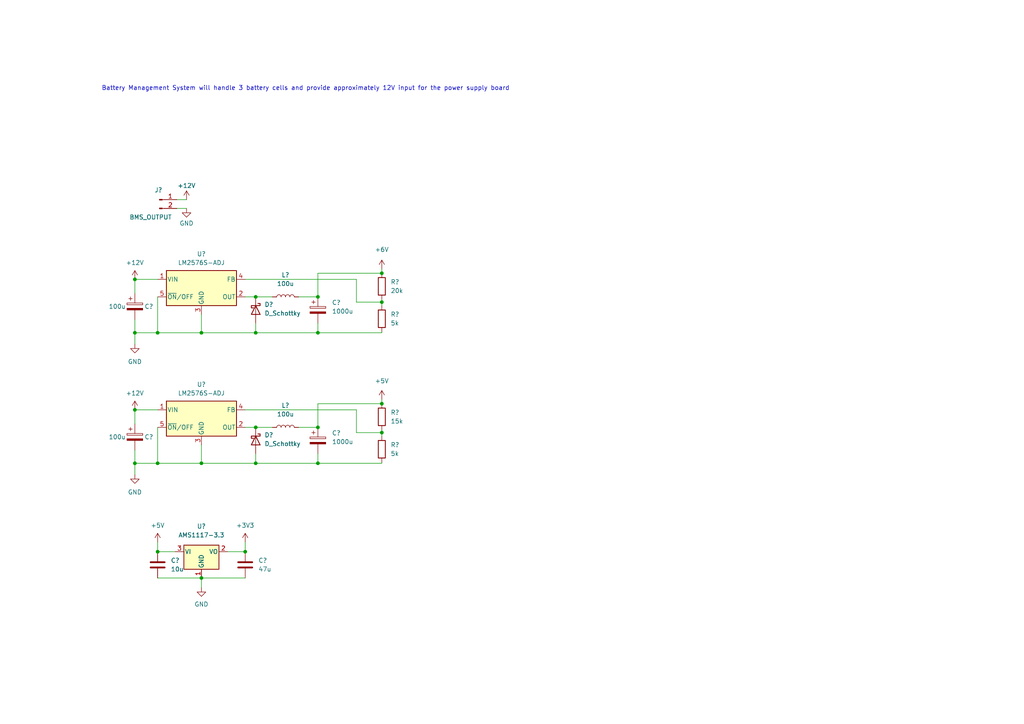
<source format=kicad_sch>
(kicad_sch (version 20211123) (generator eeschema)
  (paper "A4")
  (lib_symbols
    (symbol "Connector:Conn_01x02_Male" (pin_names (offset 1.016) hide)
      (property "Reference" "J" (at 0 2.54 0))
      (property "Value" "Conn_01x02_Male" (at 0 -5.08 0))
      (symbol "Conn_01x02_Male_1_1"
        (polyline (pts (xy 1.27 -2.54) (xy 0.8636 -2.54)) (stroke (width 0.1524)))
        (polyline (pts (xy 1.27 0) (xy 0.8636 0)) (stroke (width 0.1524)))
        (rectangle (start 0.8636 -2.413) (end 0 -2.667) (stroke (width 0.1524)) (fill (type outline)))
        (rectangle (start 0.8636 0.127) (end 0 -0.127) (stroke (width 0.1524)) (fill (type outline)))
        (pin passive line (at 5.08 0 180) (length 3.81) (name "Pin_1") (number "1"))
        (pin passive line (at 5.08 -2.54 180) (length 3.81) (name "Pin_2") (number "2"))
      )
    )
    (symbol "Device:C" (pin_numbers hide) (pin_names (offset 0.254))
      (property "Reference" "C" (at 0.635 2.54 0))
      (property "Value" "C" (at 0.635 -2.54 0))
      (symbol "C_0_1"
        (polyline (pts (xy -2.032 -0.762) (xy 2.032 -0.762)) (stroke (width 0.508)))
        (polyline (pts (xy -2.032 0.762) (xy 2.032 0.762)) (stroke (width 0.508)))
      )
      (symbol "C_1_1"
        (pin passive line (at 0 3.81 270) (length 2.794) (name "~") (number "1"))
        (pin passive line (at 0 -3.81 90) (length 2.794) (name "~") (number "2"))
      )
    )
    (symbol "Device:C_Polarized" (pin_numbers hide) (pin_names (offset 0.254))
      (property "Reference" "C" (at 0.635 2.54 0))
      (property "Value" "C_Polarized" (at 0.635 -2.54 0))
      (symbol "C_Polarized_0_1"
        (rectangle (start -2.286 0.508) (end 2.286 1.016))
        (polyline (pts (xy -1.778 2.286) (xy -0.762 2.286)))
        (polyline (pts (xy -1.27 2.794) (xy -1.27 1.778)))
        (rectangle (start 2.286 -0.508) (end -2.286 -1.016) (fill (type outline)))
      )
      (symbol "C_Polarized_1_1"
        (pin passive line (at 0 3.81 270) (length 2.794) (name "~") (number "1"))
        (pin passive line (at 0 -3.81 90) (length 2.794) (name "~") (number "2"))
      )
    )
    (symbol "Device:D_Schottky" (pin_numbers hide) (pin_names (offset 1.016) hide)
      (property "Reference" "D" (at 0 2.54 0))
      (property "Value" "D_Schottky" (at 0 -2.54 0))
      (symbol "D_Schottky_0_1"
        (polyline (pts (xy 1.27 0) (xy -1.27 0)))
        (polyline (pts (xy 1.27 1.27) (xy 1.27 -1.27) (xy -1.27 0) (xy 1.27 1.27)) (stroke (width 0.254)))
        (polyline (pts (xy -1.905 0.635) (xy -1.905 1.27) (xy -1.27 1.27) (xy -1.27 -1.27) (xy -0.635 -1.27) (xy -0.635 -0.635)) (stroke (width 0.254)))
      )
      (symbol "D_Schottky_1_1"
        (pin passive line (at -3.81 0 0) (length 2.54) (name "K") (number "1"))
        (pin passive line (at 3.81 0 180) (length 2.54) (name "A") (number "2"))
      )
    )
    (symbol "Device:L" (pin_numbers hide) (pin_names (offset 1.016) hide)
      (property "Reference" "L" (at -1.27 0 90))
      (property "Value" "L" (at 1.905 0 90))
      (symbol "L_0_1"
        (arc (start 0 -2.54) (mid 0.635 -1.905) (end 0 -1.27))
        (arc (start 0 -1.27) (mid 0.635 -0.635) (end 0 0))
        (arc (start 0 0) (mid 0.635 0.635) (end 0 1.27))
        (arc (start 0 1.27) (mid 0.635 1.905) (end 0 2.54))
      )
      (symbol "L_1_1"
        (pin passive line (at 0 3.81 270) (length 1.27) (name "1") (number "1"))
        (pin passive line (at 0 -3.81 90) (length 1.27) (name "2") (number "2"))
      )
    )
    (symbol "Device:R" (pin_numbers hide) (pin_names (offset 0))
      (property "Reference" "R" (at 2.032 0 90))
      (property "Value" "R" (at 0 0 90))
      (symbol "R_0_1"
        (rectangle (start -1.016 -2.54) (end 1.016 2.54) (stroke (width 0.254)))
      )
      (symbol "R_1_1"
        (pin passive line (at 0 3.81 270) (length 1.27) (name "~") (number "1"))
        (pin passive line (at 0 -3.81 90) (length 1.27) (name "~") (number "2"))
      )
    )
    (symbol "Regulator_Linear:AMS1117-3.3" (pin_names (offset 0.254))
      (property "Reference" "U" (at -3.81 3.175 0))
      (property "Value" "AMS1117-3.3" (at 0 3.175 0))
      (symbol "AMS1117-3.3_0_1"
        (rectangle (start -5.08 -5.08) (end 5.08 1.905) (stroke (width 0.254)) (fill (type background)))
      )
      (symbol "AMS1117-3.3_1_1"
        (pin power_in line (at 0 -7.62 90) (length 2.54) (name "GND") (number "1"))
        (pin power_out line (at 7.62 0 180) (length 2.54) (name "VO") (number "2"))
        (pin power_in line (at -7.62 0 0) (length 2.54) (name "VI") (number "3"))
      )
    )
    (symbol "Regulator_Switching:LM2576S-ADJ" (pin_names (offset 0.254))
      (property "Reference" "U" (at -10.16 6.35 0))
      (property "Value" "LM2576S-ADJ" (at 0 6.35 0))
      (symbol "LM2576S-ADJ_0_1"
        (rectangle (start -10.16 5.08) (end 10.16 -5.08) (stroke (width 0.254)) (fill (type background)))
      )
      (symbol "LM2576S-ADJ_1_1"
        (pin power_in line (at -12.7 2.54 0) (length 2.54) (name "VIN") (number "1"))
        (pin output line (at 12.7 -2.54 180) (length 2.54) (name "OUT") (number "2"))
        (pin power_in line (at 0 -7.62 90) (length 2.54) (name "GND") (number "3"))
        (pin input line (at 12.7 2.54 180) (length 2.54) (name "FB") (number "4"))
        (pin input line (at -12.7 -2.54 0) (length 2.54) (name "~{ON}/OFF") (number "5"))
      )
    )
    (symbol "power:+12V" (power) (pin_names (offset 0))
      (property "Value" "+12V" (at 0 3.556 0))
      (symbol "+12V_0_1"
        (polyline (pts (xy -0.762 1.27) (xy 0 2.54)))
        (polyline (pts (xy 0 0) (xy 0 2.54)))
        (polyline (pts (xy 0 2.54) (xy 0.762 1.27)))
      )
      (symbol "+12V_1_1"
        (pin power_in line (at 0 0 90) (length 0) hide (name "+12V") (number "1"))
      )
    )
    (symbol "power:+3V3" (power) (pin_names (offset 0))
      (property "Value" "+3V3" (at 0 3.556 0))
      (symbol "+3V3_0_1"
        (polyline (pts (xy -0.762 1.27) (xy 0 2.54)))
        (polyline (pts (xy 0 0) (xy 0 2.54)))
        (polyline (pts (xy 0 2.54) (xy 0.762 1.27)))
      )
      (symbol "+3V3_1_1"
        (pin power_in line (at 0 0 90) (length 0) hide (name "+3V3") (number "1"))
      )
    )
    (symbol "power:+5V" (power) (pin_names (offset 0))
      (property "Value" "+5V" (at 0 3.556 0))
      (symbol "+5V_0_1"
        (polyline (pts (xy -0.762 1.27) (xy 0 2.54)))
        (polyline (pts (xy 0 0) (xy 0 2.54)))
        (polyline (pts (xy 0 2.54) (xy 0.762 1.27)))
      )
      (symbol "+5V_1_1"
        (pin power_in line (at 0 0 90) (length 0) hide (name "+5V") (number "1"))
      )
    )
    (symbol "power:+6V" (power) (pin_names (offset 0))
      (property "Value" "+6V" (at 0 3.556 0))
      (symbol "+6V_0_1"
        (polyline (pts (xy -0.762 1.27) (xy 0 2.54)))
        (polyline (pts (xy 0 0) (xy 0 2.54)))
        (polyline (pts (xy 0 2.54) (xy 0.762 1.27)))
      )
      (symbol "+6V_1_1"
        (pin power_in line (at 0 0 90) (length 0) hide (name "+6V") (number "1"))
      )
    )
    (symbol "power:GND" (power) (pin_names (offset 0))
      (property "Value" "GND" (at 0 -3.81 0))
      (symbol "GND_0_1"
        (polyline (pts (xy 0 0) (xy 0 -1.27) (xy 1.27 -1.27) (xy 0 -2.54) (xy -1.27 -1.27) (xy 0 -1.27)))
      )
      (symbol "GND_1_1"
        (pin power_in line (at 0 0 270) (length 0) hide (name "GND") (number "1"))
      )
    )
  )
  (junction (at 45.72 96.52))
  (junction (at 39.116 81.026))
  (junction (at 92.202 134.366))
  (junction (at 45.72 160.02))
  (junction (at 45.72 134.366))
  (junction (at 110.744 117.094))
  (junction (at 39.116 134.366))
  (junction (at 39.116 96.52))
  (junction (at 74.168 86.106))
  (junction (at 92.202 123.952))
  (junction (at 110.744 125.476))
  (junction (at 92.202 96.52))
  (junction (at 58.42 96.52))
  (junction (at 74.168 123.952))
  (junction (at 39.116 118.872))
  (junction (at 110.744 79.248))
  (junction (at 74.168 96.52))
  (junction (at 92.202 86.106))
  (junction (at 74.168 134.366))
  (junction (at 58.42 134.366))
  (junction (at 58.42 167.64))
  (junction (at 110.744 87.63))
  (junction (at 71.12 160.02))
  (wire (pts (xy 110.744 96.52) (xy 110.744 96.266)))
  (wire (pts (xy 103.378 81.026) (xy 71.12 81.026)))
  (wire (pts (xy 74.168 131.572) (xy 74.168 134.366)))
  (wire (pts (xy 71.12 123.952) (xy 74.168 123.952)))
  (wire (pts (xy 39.116 118.872) (xy 39.116 122.936)))
  (wire (pts (xy 92.202 134.366) (xy 110.744 134.366)))
  (wire (pts (xy 45.72 134.366) (xy 58.42 134.366)))
  (wire (pts (xy 45.72 86.106) (xy 45.72 96.52)))
  (wire (pts (xy 110.744 117.094) (xy 92.202 117.094)))
  (wire (pts (xy 51.308 57.912) (xy 54.102 57.912)))
  (wire (pts (xy 110.744 124.714) (xy 110.744 125.476)))
  (wire (pts (xy 110.744 125.476) (xy 110.744 126.492)))
  (wire (pts (xy 39.116 118.872) (xy 45.72 118.872)))
  (wire (pts (xy 71.12 157.226) (xy 71.12 160.02)))
  (wire (pts (xy 92.202 96.52) (xy 110.744 96.52)))
  (wire (pts (xy 45.72 123.952) (xy 45.72 134.366)))
  (wire (pts (xy 110.744 87.63) (xy 103.378 87.63)))
  (wire (pts (xy 51.308 60.452) (xy 54.102 60.452)))
  (wire (pts (xy 86.614 86.106) (xy 92.202 86.106)))
  (wire (pts (xy 45.72 167.64) (xy 58.42 167.64)))
  (wire (pts (xy 74.168 86.106) (xy 78.994 86.106)))
  (wire (pts (xy 58.42 167.64) (xy 71.12 167.64)))
  (wire (pts (xy 66.04 160.02) (xy 71.12 160.02)))
  (wire (pts (xy 110.744 125.476) (xy 103.378 125.476)))
  (wire (pts (xy 74.168 96.52) (xy 92.202 96.52)))
  (wire (pts (xy 92.202 117.094) (xy 92.202 123.952)))
  (wire (pts (xy 92.202 79.248) (xy 92.202 86.106)))
  (wire (pts (xy 110.744 134.366) (xy 110.744 134.112)))
  (wire (pts (xy 74.168 93.726) (xy 74.168 96.52)))
  (wire (pts (xy 39.116 96.52) (xy 39.116 92.71)))
  (wire (pts (xy 74.168 123.952) (xy 78.994 123.952)))
  (wire (pts (xy 103.378 87.63) (xy 103.378 81.026)))
  (wire (pts (xy 45.72 160.02) (xy 50.8 160.02)))
  (wire (pts (xy 39.116 96.52) (xy 39.116 99.822)))
  (wire (pts (xy 45.72 96.52) (xy 39.116 96.52)))
  (wire (pts (xy 39.116 81.026) (xy 39.116 85.09)))
  (wire (pts (xy 86.614 123.952) (xy 92.202 123.952)))
  (wire (pts (xy 110.744 86.868) (xy 110.744 87.63)))
  (wire (pts (xy 58.42 134.366) (xy 74.168 134.366)))
  (wire (pts (xy 45.72 134.366) (xy 39.116 134.366)))
  (wire (pts (xy 110.744 87.63) (xy 110.744 88.646)))
  (wire (pts (xy 92.202 134.366) (xy 92.202 131.572)))
  (wire (pts (xy 71.12 86.106) (xy 74.168 86.106)))
  (wire (pts (xy 58.42 96.52) (xy 74.168 96.52)))
  (wire (pts (xy 58.42 167.64) (xy 58.42 170.434)))
  (wire (pts (xy 92.202 96.52) (xy 92.202 93.726)))
  (wire (pts (xy 58.42 96.52) (xy 58.42 91.186)))
  (wire (pts (xy 39.116 134.366) (xy 39.116 130.556)))
  (wire (pts (xy 74.168 134.366) (xy 92.202 134.366)))
  (wire (pts (xy 110.744 79.248) (xy 92.202 79.248)))
  (wire (pts (xy 58.42 134.366) (xy 58.42 129.032)))
  (wire (pts (xy 110.744 77.978) (xy 110.744 79.248)))
  (wire (pts (xy 110.744 115.824) (xy 110.744 117.094)))
  (wire (pts (xy 39.116 81.026) (xy 45.72 81.026)))
  (wire (pts (xy 103.378 125.476) (xy 103.378 118.872)))
  (wire (pts (xy 45.72 96.52) (xy 58.42 96.52)))
  (wire (pts (xy 45.72 157.226) (xy 45.72 160.02)))
  (wire (pts (xy 39.116 134.366) (xy 39.116 137.668)))
  (wire (pts (xy 103.378 118.872) (xy 71.12 118.872)))
  (text "Battery Management System will handle 3 battery cells and provide approximately 12V input for the power supply board" (at 29.464 26.416 0) (effects (font (size 1.27 1.27)) (justify left bottom)))
  (symbol (lib_id "Device:D_Schottky") (at 74.168 89.916 270) (unit 1)
    (property "Reference" "D?" (at 76.708 88.3284 90) (effects (justify left)))
    (property "Value" "D_Schottky" (at 76.708 90.8684 90) (effects (justify left)))
  )
  (symbol (lib_id "power:+3V3") (at 71.12 157.226 0) (unit 1)
    (property "Reference" "#PWR?" (effects hide))
    (property "Value" "+3V3" (at 71.12 152.4 0))
  )
  (symbol (lib_id "Regulator_Switching:LM2576S-ADJ") (at 58.42 121.412 0) (unit 1)
    (property "Reference" "U?" (at 58.42 111.506 0))
    (property "Value" "LM2576S-ADJ" (at 58.42 114.046 0))
    (property "Footprint" "Package_TO_SOT_SMD:TO-263-5_TabPin3" (effects hide))
    (property "Datasheet" "http://www.ti.com/lit/ds/symlink/lm2576.pdf" (effects hide))
  )
  (symbol (lib_id "Device:L") (at 82.804 123.952 90) (unit 1)
    (property "Reference" "L?" (at 82.804 117.602 90))
    (property "Value" "100u" (at 82.804 120.142 90))
  )
  (symbol (lib_id "Device:C_Polarized") (at 92.202 127.762 0) (unit 1)
    (property "Reference" "C?" (at 96.266 125.6029 0) (effects (justify left)))
    (property "Value" "1000u" (at 96.266 128.1429 0) (effects (justify left)))
  )
  (symbol (lib_id "Device:C") (at 45.72 163.83 0) (unit 1)
    (property "Reference" "C?" (at 49.53 162.5599 0) (effects (justify left)))
    (property "Value" "10u" (at 49.53 165.0999 0) (effects (justify left)))
  )
  (symbol (lib_id "power:+12V") (at 39.116 81.026 0) (unit 1)
    (property "Reference" "#PWR?" (effects hide))
    (property "Value" "+12V" (at 39.116 76.2 0))
  )
  (symbol (lib_id "Regulator_Linear:AMS1117-3.3") (at 58.42 160.02 0) (unit 1)
    (property "Reference" "U?" (at 58.42 152.654 0))
    (property "Value" "AMS1117-3.3" (at 58.42 155.194 0))
    (property "Footprint" "Package_TO_SOT_SMD:SOT-223-3_TabPin2" (effects hide))
    (property "Datasheet" "http://www.advanced-monolithic.com/pdf/ds1117.pdf" (effects hide))
  )
  (symbol (lib_id "power:+6V") (at 110.744 77.978 0) (unit 1)
    (property "Reference" "#PWR?" (effects hide))
    (property "Value" "+6V" (at 110.744 72.39 0))
  )
  (symbol (lib_id "Device:D_Schottky") (at 74.168 127.762 270) (unit 1)
    (property "Reference" "D?" (at 76.708 126.1744 90) (effects (justify left)))
    (property "Value" "D_Schottky" (at 76.708 128.7144 90) (effects (justify left)))
  )
  (symbol (lib_id "Connector:Conn_01x02_Male") (at 46.228 57.912 0) (unit 1)
    (property "Reference" "J?" (at 45.974 55.118 0))
    (property "Value" "BMS_OUTPUT" (at 43.688 62.992 0))
  )
  (symbol (lib_id "power:+5V") (at 45.72 157.226 0) (unit 1)
    (property "Reference" "#PWR?" (effects hide))
    (property "Value" "+5V" (at 45.72 152.4 0))
  )
  (symbol (lib_id "power:GND") (at 39.116 137.668 0) (unit 1)
    (property "Reference" "#PWR?" (effects hide))
    (property "Value" "GND" (at 39.116 142.748 0))
  )
  (symbol (lib_id "Device:C_Polarized") (at 39.116 88.9 0) (unit 1)
    (property "Reference" "C?" (at 41.91 88.9 0) (effects (justify left)))
    (property "Value" "100u" (at 31.496 88.9 0) (effects (justify left)))
  )
  (symbol (lib_id "Device:L") (at 82.804 86.106 90) (unit 1)
    (property "Reference" "L?" (at 82.804 79.756 90))
    (property "Value" "100u" (at 82.804 82.296 90))
  )
  (symbol (lib_id "Device:R") (at 110.744 92.456 0) (unit 1)
    (property "Reference" "R?" (at 113.284 91.1859 0) (effects (justify left)))
    (property "Value" "5k" (at 113.284 93.7259 0) (effects (justify left)))
  )
  (symbol (lib_id "power:GND") (at 39.116 99.822 0) (unit 1)
    (property "Reference" "#PWR?" (effects hide))
    (property "Value" "GND" (at 39.116 104.902 0))
  )
  (symbol (lib_id "power:+12V") (at 54.102 57.912 0) (unit 1)
    (property "Reference" "#PWR?" (effects hide))
    (property "Value" "+12V" (at 54.102 53.848 0))
  )
  (symbol (lib_id "power:+12V") (at 39.116 118.872 0) (unit 1)
    (property "Reference" "#PWR?" (effects hide))
    (property "Value" "+12V" (at 39.116 114.046 0))
  )
  (symbol (lib_id "Device:C_Polarized") (at 92.202 89.916 0) (unit 1)
    (property "Reference" "C?" (at 96.266 87.7569 0) (effects (justify left)))
    (property "Value" "1000u" (at 96.266 90.2969 0) (effects (justify left)))
  )
  (symbol (lib_id "power:GND") (at 54.102 60.452 0) (unit 1)
    (property "Reference" "#PWR?" (effects hide))
    (property "Value" "GND" (at 54.102 64.77 0))
  )
  (symbol (lib_id "Device:C_Polarized") (at 39.116 126.746 0) (unit 1)
    (property "Reference" "C?" (at 41.91 126.746 0) (effects (justify left)))
    (property "Value" "100u" (at 31.496 126.746 0) (effects (justify left)))
  )
  (symbol (lib_id "Device:C") (at 71.12 163.83 0) (unit 1)
    (property "Reference" "C?" (at 74.93 162.5599 0) (effects (justify left)))
    (property "Value" "47u" (at 74.93 165.0999 0) (effects (justify left)))
  )
  (symbol (lib_id "Regulator_Switching:LM2576S-ADJ") (at 58.42 83.566 0) (unit 1)
    (property "Reference" "U?" (at 58.42 73.66 0))
    (property "Value" "LM2576S-ADJ" (at 58.42 76.2 0))
    (property "Footprint" "Package_TO_SOT_SMD:TO-263-5_TabPin3" (effects hide))
    (property "Datasheet" "http://www.ti.com/lit/ds/symlink/lm2576.pdf" (effects hide))
  )
  (symbol (lib_id "power:GND") (at 58.42 170.434 0) (unit 1)
    (property "Reference" "#PWR?" (effects hide))
    (property "Value" "GND" (at 58.42 175.26 0))
  )
  (symbol (lib_id "power:+5V") (at 110.744 115.824 0) (unit 1)
    (property "Reference" "#PWR?" (effects hide))
    (property "Value" "+5V" (at 110.744 110.49 0))
  )
  (symbol (lib_id "Device:R") (at 110.744 120.904 0) (unit 1)
    (property "Reference" "R?" (at 113.284 119.6339 0) (effects (justify left)))
    (property "Value" "15k" (at 113.284 122.1739 0) (effects (justify left)))
  )
  (symbol (lib_id "Device:R") (at 110.744 83.058 0) (unit 1)
    (property "Reference" "R?" (at 113.284 81.7879 0) (effects (justify left)))
    (property "Value" "20k" (at 113.284 84.3279 0) (effects (justify left)))
  )
  (symbol (lib_id "Device:R") (at 110.744 130.302 0) (unit 1)
    (property "Reference" "R?" (at 113.284 129.0319 0) (effects (justify left)))
    (property "Value" "5k" (at 113.284 131.5719 0) (effects (justify left)))
  )
)
</source>
